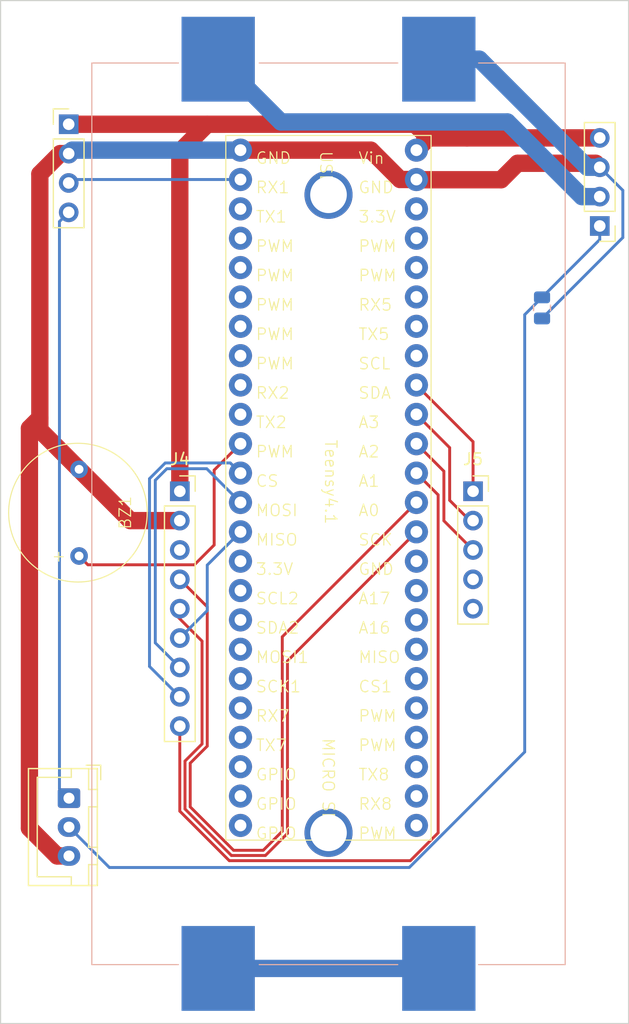
<source format=kicad_pcb>
(kicad_pcb (version 20221018) (generator pcbnew)
  (layers (0 "F.Cu" signal) (31 "B.Cu" signal) (34 "B.Paste" user) (35 "F.Paste" user) (36 "B.SilkS" user "B.Silkscreen") (37 "F.SilkS" user "F.Silkscreen") (38 "B.Mask" user) (39 "F.Mask" user) (44 "Edge.Cuts" user))
  (net 0 "")
  (net 1 "/VBAT")
  (net 2 "GND")
  (net 3 "Net-(BAT1-+-Pad4)")
  (net 4 "/EN")
  (net 5 "/VCC")
  (net 6 "/VSIG")
  (net 7 "/RST")
  (net 8 "/CS")
  (net 9 "/MOSI")
  (net 10 "/MISO")
  (net 11 "/SCK")
  (net 12 "/INT")
  (net 13 "/FULL")
  (net 14 "/NEPT")
  (net 15 "/LVL")
  (net 44 "Net-(BZ1--)")
  (net 53 "Net-(J3-Pin_3)")
  (footprint "Connector_PinSocket_2.54mm:PinSocket_1x09_P2.54mm_Vertical" (layer "F.Cu") (at 115.625 90.95)
    (fp_text reference "J4" (at 0 -2.77) (layer "F.SilkS"))
    (fp_text value "Radio")
    (fp_line (start -1.33 1.27) (end -1.33 21.65) (stroke (width 0.12)) (layer "F.SilkS"))
    (fp_line (start -1.33 1.27) (end 1.33 1.27) (stroke (width 0.12)) (layer "F.SilkS"))
    (fp_line (start -1.33 21.65) (end 1.33 21.65) (stroke (width 0.12)) (layer "F.SilkS"))
    (fp_line (start 0 -1.33) (end 1.33 -1.33) (stroke (width 0.12)) (layer "F.SilkS"))
    (fp_line (start 1.33 -1.33) (end 1.33 0) (stroke (width 0.12)) (layer "F.SilkS"))
    (fp_line (start 1.33 1.27) (end 1.33 21.65) (stroke (width 0.12)) (layer "F.SilkS"))
    (pad "1" thru_hole rect (at 0 0) (size 1.7 1.7) (drill 1) (layers "*.Cu" "*.Mask") (net 5 "/VCC"))
    (pad "2" thru_hole oval (at 0 2.54) (size 1.7 1.7) (drill 1) (layers "*.Cu" "*.Mask") (net 2 "GND"))
    (pad "3" thru_hole oval (at 0 5.08) (size 1.7 1.7) (drill 1) (layers "*.Cu" "*.Mask"))
    (pad "4" thru_hole oval (at 0 7.62) (size 1.7 1.7) (drill 1) (layers "*.Cu" "*.Mask") (net 12 "/INT"))
    (pad "5" thru_hole oval (at 0 10.16) (size 1.7 1.7) (drill 1) (layers "*.Cu" "*.Mask") (net 11 "/SCK"))
    (pad "6" thru_hole oval (at 0 12.7) (size 1.7 1.7) (drill 1) (layers "*.Cu" "*.Mask") (net 10 "/MISO"))
    (pad "7" thru_hole oval (at 0 15.24) (size 1.7 1.7) (drill 1) (layers "*.Cu" "*.Mask") (net 9 "/MOSI"))
    (pad "8" thru_hole oval (at 0 17.78) (size 1.7 1.7) (drill 1) (layers "*.Cu" "*.Mask") (net 8 "/CS"))
    (pad "9" thru_hole oval (at 0 20.32) (size 1.7 1.7) (drill 1) (layers "*.Cu" "*.Mask") (net 7 "/RST"))
  )
  (footprint "Connector_PinHeader_2.54mm:PinHeader_1x04_P2.54mm_Vertical" (layer "F.Cu") (at 152 68 180)
    (fp_text reference "J1" hide)
    (fp_text value "CNVT")
    (fp_line (start -1.33 -1.33) (end 0 -1.33) (stroke (width 0.12)) (layer "F.SilkS"))
    (fp_line (start -1.33 0) (end -1.33 -1.33) (stroke (width 0.12)) (layer "F.SilkS"))
    (fp_line (start -1.33 1.27) (end -1.33 8.95) (stroke (width 0.12)) (layer "F.SilkS"))
    (fp_line (start -1.33 1.27) (end 1.33 1.27) (stroke (width 0.12)) (layer "F.SilkS"))
    (fp_line (start -1.33 8.95) (end 1.33 8.95) (stroke (width 0.12)) (layer "F.SilkS"))
    (fp_line (start 1.33 1.27) (end 1.33 8.95) (stroke (width 0.12)) (layer "F.SilkS"))
    (pad "1" thru_hole rect (at 0 0 180) (size 1.7 1.7) (drill 1) (layers "*.Cu" "*.Mask") (net 4 "/EN"))
    (pad "2" thru_hole oval (at 0 2.54 180) (size 1.7 1.7) (drill 1) (layers "*.Cu" "*.Mask") (net 1 "/VBAT"))
    (pad "3" thru_hole oval (at 0 5.08 180) (size 1.7 1.7) (drill 1) (layers "*.Cu" "*.Mask") (net 2 "GND"))
    (pad "4" thru_hole oval (at 0 7.62 180) (size 1.7 1.7) (drill 1) (layers "*.Cu" "*.Mask") (net 5 "/VCC"))
  )
  (footprint "Connector_JST:JST_XH_B3B-XH-A_1x03_P2.50mm_Vertical" (layer "F.Cu") (at 106.025 117.5 -90)
    (fp_text reference "J2" hide)
    (fp_text value "CTRL")
    (fp_line (start -2.85 -2.75) (end -2.85 -1.5) (stroke (width 0.12)) (layer "F.SilkS"))
    (fp_line (start -2.56 -2.46) (end -2.56 3.51) (stroke (width 0.12)) (layer "F.SilkS"))
    (fp_line (start -2.56 3.51) (end 7.56 3.51) (stroke (width 0.12)) (layer "F.SilkS"))
    (fp_line (start -2.55 -2.45) (end -2.55 -1.7) (stroke (width 0.12)) (layer "F.SilkS"))
    (fp_line (start -2.55 -1.7) (end -0.75 -1.7) (stroke (width 0.12)) (layer "F.SilkS"))
    (fp_line (start -2.55 -0.2) (end -1.8 -0.2) (stroke (width 0.12)) (layer "F.SilkS"))
    (fp_line (start -1.8 -0.2) (end -1.8 2.75) (stroke (width 0.12)) (layer "F.SilkS"))
    (fp_line (start -1.8 2.75) (end 2.5 2.75) (stroke (width 0.12)) (layer "F.SilkS"))
    (fp_line (start -1.6 -2.75) (end -2.85 -2.75) (stroke (width 0.12)) (layer "F.SilkS"))
    (fp_line (start -0.75 -2.45) (end -2.55 -2.45) (stroke (width 0.12)) (layer "F.SilkS"))
    (fp_line (start -0.75 -1.7) (end -0.75 -2.45) (stroke (width 0.12)) (layer "F.SilkS"))
    (fp_line (start 0.75 -2.45) (end 0.75 -1.7) (stroke (width 0.12)) (layer "F.SilkS"))
    (fp_line (start 0.75 -1.7) (end 4.25 -1.7) (stroke (width 0.12)) (layer "F.SilkS"))
    (fp_line (start 4.25 -2.45) (end 0.75 -2.45) (stroke (width 0.12)) (layer "F.SilkS"))
    (fp_line (start 4.25 -1.7) (end 4.25 -2.45) (stroke (width 0.12)) (layer "F.SilkS"))
    (fp_line (start 5.75 -2.45) (end 5.75 -1.7) (stroke (width 0.12)) (layer "F.SilkS"))
    (fp_line (start 5.75 -1.7) (end 7.55 -1.7) (stroke (width 0.12)) (layer "F.SilkS"))
    (fp_line (start 6.8 -0.2) (end 6.8 2.75) (stroke (width 0.12)) (layer "F.SilkS"))
    (fp_line (start 6.8 2.75) (end 2.5 2.75) (stroke (width 0.12)) (layer "F.SilkS"))
    (fp_line (start 7.55 -2.45) (end 5.75 -2.45) (stroke (width 0.12)) (layer "F.SilkS"))
    (fp_line (start 7.55 -1.7) (end 7.55 -2.45) (stroke (width 0.12)) (layer "F.SilkS"))
    (fp_line (start 7.55 -0.2) (end 6.8 -0.2) (stroke (width 0.12)) (layer "F.SilkS"))
    (fp_line (start 7.56 -2.46) (end -2.56 -2.46) (stroke (width 0.12)) (layer "F.SilkS"))
    (fp_line (start 7.56 3.51) (end 7.56 -2.46) (stroke (width 0.12)) (layer "F.SilkS"))
    (pad "1" thru_hole roundrect (at 0 0 270) (size 1.7 1.95) (drill 0.95) (layers "*.Cu" "*.Mask") (roundrect_rratio 0.1470588235) (net 6 "/VSIG"))
    (pad "2" thru_hole oval (at 2.5 0 270) (size 1.7 1.95) (drill 0.95) (layers "*.Cu" "*.Mask") (net 4 "/EN"))
    (pad "3" thru_hole oval (at 5 0 270) (size 1.7 1.95) (drill 0.95) (layers "*.Cu" "*.Mask") (net 2 "GND"))
  )
  (footprint "MountingHole:MountingHole_2.2mm_M2" (layer "F.Cu") (at 151.5 134)
    (fp_text reference "H4" hide)
    (fp_text value "MountingHole" hide)
    (pad "" np_thru_hole circle (at 0 0) (size 2.2 2.2) (drill 2.2) (layers "*.Cu" "*.Mask"))
  )
  (footprint "Avionics:Adafruit_5V_Buzzer" (layer "F.Cu") (at 111.4 92.8 90)
    (fp_text reference "BZ1" (at 0 -0.5 90 unlocked) (layer "F.SilkS") (effects (font (thickness 0.1))))
    (fp_text value "Buzzer")
    (fp_text user "+" (at -4.5 -5.75 90 unlocked) (layer "F.SilkS") (effects (font (thickness 0.1)) (justify left bottom)))
    (fp_circle (center 0 -4.6) (end 6 -4.75) (stroke (width 0.1)) (fill none) (layer "F.SilkS"))
    (pad "1" thru_hole circle (at -3.75 -4.5 90) (size 1.524 1.524) (drill 0.762) (layers "*.Cu" "*.Mask") (net 44 "Net-(BZ1--)"))
    (pad "2" thru_hole circle (at 3.75 -4.5 90) (size 1.524 1.524) (drill 0.762) (layers "*.Cu" "*.Mask") (net 2 "GND"))
  )
  (footprint "Connector_PinHeader_2.54mm:PinHeader_1x04_P2.54mm_Vertical" (layer "F.Cu") (at 106 59.2)
    (fp_text reference "J3" hide)
    (fp_text value "RPi")
    (fp_line (start -1.33 -1.33) (end 0 -1.33) (stroke (width 0.12)) (layer "F.SilkS"))
    (fp_line (start -1.33 0) (end -1.33 -1.33) (stroke (width 0.12)) (layer "F.SilkS"))
    (fp_line (start -1.33 1.27) (end -1.33 8.95) (stroke (width 0.12)) (layer "F.SilkS"))
    (fp_line (start -1.33 1.27) (end 1.33 1.27) (stroke (width 0.12)) (layer "F.SilkS"))
    (fp_line (start -1.33 8.95) (end 1.33 8.95) (stroke (width 0.12)) (layer "F.SilkS"))
    (fp_line (start 1.33 1.27) (end 1.33 8.95) (stroke (width 0.12)) (layer "F.SilkS"))
    (pad "1" thru_hole rect (at 0 0) (size 1.7 1.7) (drill 1) (layers "*.Cu" "*.Mask") (net 5 "/VCC"))
    (pad "2" thru_hole oval (at 0 2.54) (size 1.7 1.7) (drill 1) (layers "*.Cu" "*.Mask") (net 2 "GND"))
    (pad "3" thru_hole oval (at 0 5.08) (size 1.7 1.7) (drill 1) (layers "*.Cu" "*.Mask") (net 53 "Net-(J3-Pin_3)"))
    (pad "4" thru_hole oval (at 0 7.62) (size 1.7 1.7) (drill 1) (layers "*.Cu" "*.Mask") (net 6 "/VSIG"))
  )
  (footprint "MountingHole:MountingHole_2.2mm_M2" (layer "F.Cu") (at 151.5 51.5)
    (fp_text reference "H1" hide)
    (fp_text value "MountingHole" hide)
    (pad "" np_thru_hole circle (at 0 0) (size 2.2 2.2) (drill 2.2) (layers "*.Cu" "*.Mask"))
  )
  (footprint "Avionics:Teensy_4.1" (layer "F.Cu") (at 128.5 90.65)
    (fp_text reference "Teensy4.1" (at 0.2 -0.5 -90 unlocked) (layer "F.SilkS") (effects (font (thickness 0.1))))
    (fp_text value "~")
    (fp_text user "A17" (at 2.54 10.16 unlocked) (layer "F.SilkS") (effects (font (thickness 0.1)) (justify left bottom)))
    (fp_text user "GPIO" (at -6.35 30.48 unlocked) (layer "F.SilkS") (effects (font (thickness 0.1)) (justify left bottom)))
    (fp_text user "TX8" (at 2.54 25.4 unlocked) (layer "F.SilkS") (effects (font (thickness 0.1)) (justify left bottom)))
    (fp_text user "PWM" (at -6.35 -17.78 unlocked) (layer "F.SilkS") (effects (font (thickness 0.1)) (justify left bottom)))
    (fp_text user "MISO" (at -6.35 5.08 unlocked) (layer "F.SilkS") (effects (font (thickness 0.1)) (justify left bottom)))
    (fp_text user "GND" (at -6.35 -27.94 unlocked) (layer "F.SilkS") (effects (font (thickness 0.1)) (justify left bottom)))
    (fp_text user "MICRO SD" (at -0.6 21.59 -90 unlocked) (layer "F.SilkS") (effects (font (thickness 0.1)) (justify left bottom)))
    (fp_text user "GND" (at 2.54 -25.4 unlocked) (layer "F.SilkS") (effects (font (thickness 0.1)) (justify left bottom)))
    (fp_text user "TX5" (at 2.54 -12.7 unlocked) (layer "F.SilkS") (effects (font (thickness 0.1)) (justify left bottom)))
    (fp_text user "GPIO" (at -6.35 25.4 unlocked) (layer "F.SilkS") (effects (font (thickness 0.1)) (justify left bottom)))
    (fp_text user "A1" (at 2.54 0 unlocked) (layer "F.SilkS") (effects (font (thickness 0.1)) (justify left bottom)))
    (fp_text user "MISO" (at 2.54 15.24 unlocked) (layer "F.SilkS") (effects (font (thickness 0.1)) (justify left bottom)))
    (fp_text user "PWM" (at -6.35 -10.16 unlocked) (layer "F.SilkS") (effects (font (thickness 0.1)) (justify left bottom)))
    (fp_text user "SCK1" (at -6.35 17.78 unlocked) (layer "F.SilkS") (effects (font (thickness 0.1)) (justify left bottom)))
    (fp_text user "TX2" (at -6.35 -5.08 unlocked) (layer "F.SilkS") (effects (font (thickness 0.1)) (justify left bottom)))
    (fp_text user "A2" (at 2.54 -2.54 unlocked) (layer "F.SilkS") (effects (font (thickness 0.1)) (justify left bottom)))
    (fp_text user "SCL2" (at -6.35 10.16 unlocked) (layer "F.SilkS") (effects (font (thickness 0.1)) (justify left bottom)))
    (fp_text user "RX8" (at 2.54 27.94 unlocked) (layer "F.SilkS") (effects (font (thickness 0.1)) (justify left bottom)))
    (fp_text user "SDA2" (at -6.35 12.7 unlocked) (layer "F.SilkS") (effects (font (thickness 0.1)) (justify left bottom)))
    (fp_text user "RX7" (at -6.35 20.32 unlocked) (layer "F.SilkS") (effects (font (thickness 0.1)) (justify left bottom)))
    (fp_text user "PWM" (at -6.35 -15.24 unlocked) (layer "F.SilkS") (effects (font (thickness 0.1)) (justify left bottom)))
    (fp_text user "MOSI" (at -6.35 2.54 unlocked) (layer "F.SilkS") (effects (font (thickness 0.1)) (justify left bottom)))
    (fp_text user "SDA" (at 2.54 -7.62 unlocked) (layer "F.SilkS") (effects (font (thickness 0.1)) (justify left bottom)))
    (fp_text user "PWM" (at -6.35 -12.7 unlocked) (layer "F.SilkS") (effects (font (thickness 0.1)) (justify left bottom)))
    (fp_text user "PWM" (at -6.35 -2.54 unlocked) (layer "F.SilkS") (effects (font (thickness 0.1)) (justify left bottom)))
    (fp_text user "PWM" (at 2.54 30.48 unlocked) (layer "F.SilkS") (effects (font (thickness 0.1)) (justify left bottom)))
    (fp_text user "RX5" (at 2.54 -15.24 unlocked) (layer "F.SilkS") (effects (font (thickness 0.1)) (justify left bottom)))
    (fp_text user "GND" (at 2.54 7.62 unlocked) (layer "F.SilkS") (effects (font (thickness 0.1)) (justify left bottom)))
    (fp_text user "A16" (at 2.54 12.7 unlocked) (layer "F.SilkS") (effects (font (thickness 0.1)) (justify left bottom)))
    (fp_text user "RX2" (at -6.35 -7.62 unlocked) (layer "F.SilkS") (effects (font (thickness 0.1)) (justify left bottom)))
    (fp_text user "CS" (at -6.35 0 unlocked) (layer "F.SilkS") (effects (font (thickness 0.1)) (justify left bottom)))
    (fp_text user "PWM" (at -6.35 -20.32 unlocked) (layer "F.SilkS") (effects (font (thickness 0.1)) (justify left bottom)))
    (fp_text user "RX1" (at -6.35 -25.4 unlocked) (layer "F.SilkS") (effects (font (thickness 0.1)) (justify left bottom)))
    (fp_text user "PWM" (at 2.54 20.32 unlocked) (layer "F.SilkS") (effects (font (thickness 0.1)) (justify left bottom)))
    (fp_text user "PWM" (at 2.54 -20.32 unlocked) (layer "F.SilkS") (effects (font (thickness 0.1)) (justify left bottom)))
    (fp_text user "SCL" (at 2.54 -10.16 unlocked) (layer "F.SilkS") (effects (font (thickness 0.1)) (justify left bottom)))
    (fp_text user "PWM" (at 2.54 -17.78 unlocked) (layer "F.SilkS") (effects (font (thickness 0.1)) (justify left bottom)))
    (fp_text user "TX1" (at -6.35 -22.86 unlocked) (layer "F.SilkS") (effects (font (thickness 0.1)) (justify left bottom)))
    (fp_text user "A3" (at 2.54 -5.08 unlocked) (layer "F.SilkS") (effects (font (thickness 0.1)) (justify left bottom)))
    (fp_text user "3.3V" (at -6.35 7.62 unlocked) (layer "F.SilkS") (effects (font (thickness 0.1)) (justify left bottom)))
    (fp_text user "USB C" (at -0.8 -29.2 -90 unlocked) (layer "F.SilkS") (effects (font (thickness 0.1)) (justify left bottom)))
    (fp_text user "CS1" (at 2.54 17.78 unlocked) (layer "F.SilkS") (effects (font (thickness 0.1)) (justify left bottom)))
    (fp_text user "PWM" (at 2.54 22.86 unlocked) (layer "F.SilkS") (effects (font (thickness 0.1)) (justify left bottom)))
    (fp_text user "SCK" (at 2.54 5.08 unlocked) (layer "F.SilkS") (effects (font (thickness 0.1)) (justify left bottom)))
    (fp_text user "A0" (at 2.54 2.54 unlocked) (layer "F.SilkS") (effects (font (thickness 0.1)) (justify left bottom)))
    (fp_text user "TX7" (at -6.35 22.86 unlocked) (layer "F.SilkS") (effects (font (thickness 0.1)) (justify left bottom)))
    (fp_text user "MOSI1" (at -6.35 15.24 unlocked) (layer "F.SilkS") (effects (font (thickness 0.1)) (justify left bottom)))
    (fp_text user "3.3V" (at 2.54 -22.86 unlocked) (layer "F.SilkS") (effects (font (thickness 0.1)) (justify left bottom)))
    (fp_text user "Vin" (at 2.54 -27.94 unlocked) (layer "F.SilkS") (effects (font (thickness 0.1)) (justify left bottom)))
    (fp_text user "GPIO" (at -6.35 27.94 unlocked) (layer "F.SilkS") (effects (font (thickness 0.1)) (justify left bottom)))
    (fp_line (start -8.89 -1.27) (end -8.89 -30.48) (stroke (width 0.1)) (layer "F.SilkS"))
    (fp_line (start -8.89 -1.27) (end -8.89 0) (stroke (width 0.1)) (layer "F.SilkS"))
    (fp_line (start -8.89 0) (end -8.89 30.48) (stroke (width 0.1)) (layer "F.SilkS"))
    (fp_line (start -8.89 30.48) (end 8.89 30.48) (stroke (width 0.1)) (layer "F.SilkS"))
    (fp_line (start 8.89 -30.48) (end -8.89 -30.48) (stroke (width 0.1)) (layer "F.SilkS"))
    (fp_line (start 8.89 -30.48) (end 8.89 -2.54) (stroke (width 0.1)) (layer "F.SilkS"))
    (fp_line (start 8.89 30.48) (end 8.89 -2.54) (stroke (width 0.1)) (layer "F.SilkS"))
    (pad "0" thru_hole circle (at -7.62 -29.21) (size 2 2) (drill 1.02) (layers "*.Cu" "*.Mask") (net 2 "GND"))
    (pad "1" thru_hole circle (at -7.62 -26.67) (size 2 2) (drill 1.02) (layers "*.Cu" "*.Mask") (net 53 "Net-(J3-Pin_3)"))
    (pad "2" thru_hole circle (at -7.62 -24.13) (size 2 2) (drill 1.02) (layers "*.Cu" "*.Mask"))
    (pad "3" thru_hole circle (at -7.62 -21.59) (size 2 2) (drill 1.02) (layers "*.Cu" "*.Mask"))
    (pad "4" thru_hole circle (at -7.62 -19.05) (size 2 2) (drill 1.02) (layers "*.Cu" "*.Mask"))
    (pad "5" thru_hole circle (at -7.62 -16.51) (size 2 2) (drill 1.02) (layers "*.Cu" "*.Mask"))
    (pad "6" thru_hole circle (at -7.62 -13.97) (size 2 2) (drill 1.02) (layers "*.Cu" "*.Mask"))
    (pad "7" thru_hole circle (at -7.62 -11.43) (size 2 2) (drill 1.02) (layers "*.Cu" "*.Mask"))
    (pad "8" thru_hole circle (at -7.62 -8.89) (size 2 2) (drill 1.02) (layers "*.Cu" "*.Mask"))
    (pad "9" thru_hole circle (at -7.62 -6.35) (size 2 2) (drill 1.02) (layers "*.Cu" "*.Mask"))
    (pad "10" thru_hole circle (at -7.62 -3.81) (size 2 2) (drill 1.02) (layers "*.Cu" "*.Mask") (net 44 "Net-(BZ1--)"))
    (pad "11" thru_hole circle (at -7.62 -1.27) (size 2 2) (drill 1.02) (layers "*.Cu" "*.Mask") (net 8 "/CS"))
    (pad "12" thru_hole circle (at -7.62 1.27) (size 2 2) (drill 1.02) (layers "*.Cu" "*.Mask") (net 9 "/MOSI"))
    (pad "13" thru_hole circle (at -7.62 3.81) (size 2 2) (drill 1.02) (layers "*.Cu" "*.Mask") (net 10 "/MISO"))
    (pad "14" thru_hole circle (at -7.62 6.35) (size 2 2) (drill 1.02) (layers "*.Cu" "*.Mask"))
    (pad "15" thru_hole circle (at -7.62 8.89) (size 2 2) (drill 1.02) (layers "*.Cu" "*.Mask"))
    (pad "16" thru_hole circle (at -7.62 11.43) (size 2 2) (drill 1.02) (layers "*.Cu" "*.Mask"))
    (pad "17" thru_hole circle (at -7.62 13.97) (size 2 2) (drill 1.02) (layers "*.Cu" "*.Mask"))
    (pad "18" thru_hole circle (at -7.62 16.51) (size 2 2) (drill 1.02) (layers "*.Cu" "*.Mask"))
    (pad "19" thru_hole circle (at -7.62 19.05) (size 2 2) (drill 1.02) (layers "*.Cu" "*.Mask"))
    (pad "20" thru_hole circle (at -7.62 21.59) (size 2 2) (drill 1.02) (layers "*.Cu" "*.Mask"))
    (pad "21" thru_hole circle (at -7.62 24.13) (size 2 2) (drill 1.02) (layers "*.Cu" "*.Mask"))
    (pad "22" thru_hole circle (at -7.62 26.67) (size 2 2) (drill 1.02) (layers "*.Cu" "*.Mask"))
    (pad "23" thru_hole circle (at -7.62 29.21) (size 2 2) (drill 1.02) (layers "*.Cu" "*.Mask"))
    (pad "24" thru_hole circle (at 7.62 29.21) (size 2 2) (drill 1.02) (layers "*.Cu" "*.Mask"))
    (pad "25" thru_hole circle (at 7.62 26.67) (size 2 2) (drill 1.02) (layers "*.Cu" "*.Mask"))
    (pad "26" thru_hole circle (at 7.62 24.13) (size 2 2) (drill 1.02) (layers "*.Cu" "*.Mask"))
    (pad "27" thru_hole circle (at 7.62 21.59) (size 2 2) (drill 1.02) (layers "*.Cu" "*.Mask"))
    (pad "28" thru_hole circle (at 7.62 19.05) (size 2 2) (drill 1.02) (layers "*.Cu" "*.Mask"))
    (pad "29" thru_hole circle (at 7.62 16.51) (size 2 2) (drill 1.02) (layers "*.Cu" "*.Mask"))
    (pad "30" thru_hole circle (at 7.62 13.97) (size 2 2) (drill 1.02) (layers "*.Cu" "*.Mask"))
    (pad "31" thru_hole circle (at 7.62 11.43) (size 2 2) (drill 1.02) (layers "*.Cu" "*.Mask"))
    (pad "32" thru_hole circle (at 7.62 8.89) (size 2 2) (drill 1.02) (layers "*.Cu" "*.Mask"))
    (pad "33" thru_hole circle (at 7.62 6.35) (size 2 2) (drill 1.02) (layers "*.Cu" "*.Mask"))
    (pad "34" thru_hole circle (at 7.62 3.81) (size 2 2) (drill 1.02) (layers "*.Cu" "*.Mask") (net 11 "/SCK"))
    (pad "35" thru_hole circle (at 7.62 1.27) (size 2 2) (drill 1.02) (layers "*.Cu" "*.Mask") (net 12 "/INT"))
    (pad "36" thru_hole circle (at 7.62 -1.27) (size 2 2) (drill 1.02) (layers "*.Cu" "*.Mask") (net 7 "/RST"))
    (pad "37" thru_hole circle (at 7.62 -3.81) (size 2 2) (drill 1.02) (layers "*.Cu" "*.Mask") (net 13 "/FULL"))
    (pad "38" thru_hole circle (at 7.62 -6.35) (size 2 2) (drill 1.02) (layers "*.Cu" "*.Mask") (net 14 "/NEPT"))
    (pad "39" thru_hole circle (at 7.62 -8.89) (size 2 2) (drill 1.02) (layers "*.Cu" "*.Mask") (net 15 "/LVL"))
    (pad "40" thru_hole circle (at 7.62 -11.43) (size 2 2) (drill 1.02) (layers "*.Cu" "*.Mask"))
    (pad "41" thru_hole circle (at 7.62 -13.97) (size 2 2) (drill 1.02) (layers "*.Cu" "*.Mask"))
    (pad "42" thru_hole circle (at 7.62 -16.51) (size 2 2) (drill 1.02) (layers "*.Cu" "*.Mask"))
    (pad "43" thru_hole circle (at 7.62 -19.05) (size 2 2) (drill 1.02) (layers "*.Cu" "*.Mask"))
    (pad "44" thru_hole circle (at 7.62 -21.59) (size 2 2) (drill 1.02) (layers "*.Cu" "*.Mask"))
    (pad "45" thru_hole circle (at 7.62 -24.13) (size 2 2) (drill 1.02) (layers "*.Cu" "*.Mask"))
    (pad "46" thru_hole circle (at 7.62 -26.67) (size 2 2) (drill 1.02) (layers "*.Cu" "*.Mask") (net 2 "GND"))
    (pad "47" thru_hole circle (at 7.62 -29.21) (size 2 2) (drill 1.02) (layers "*.Cu" "*.Mask") (net 5 "/VCC"))
  )
  (footprint "MountingHole:MountingHole_2.2mm_M2" (layer "F.Cu") (at 103.2 51.4)
    (fp_text reference "H2" hide)
    (fp_text value "MountingHole" hide)
    (pad "" np_thru_hole circle (at 0 0) (size 2.2 2.2) (drill 2.2) (layers "*.Cu" "*.Mask"))
  )
  (footprint "Connector_PinSocket_2.54mm:PinSocket_1x05_P2.54mm_Vertical" (layer "F.Cu") (at 141.025 90.95)
    (fp_text reference "J5" (at 0 -2.77) (layer "F.SilkS"))
    (fp_text value "Radio" hide)
    (fp_line (start -1.33 1.27) (end -1.33 11.49) (stroke (width 0.12)) (layer "F.SilkS"))
    (fp_line (start -1.33 1.27) (end 1.33 1.27) (stroke (width 0.12)) (layer "F.SilkS"))
    (fp_line (start -1.33 11.49) (end 1.33 11.49) (stroke (width 0.12)) (layer "F.SilkS"))
    (fp_line (start 0 -1.33) (end 1.33 -1.33) (stroke (width 0.12)) (layer "F.SilkS"))
    (fp_line (start 1.33 -1.33) (end 1.33 0) (stroke (width 0.12)) (layer "F.SilkS"))
    (fp_line (start 1.33 1.27) (end 1.33 11.49) (stroke (width 0.12)) (layer "F.SilkS"))
    (pad "1" thru_hole rect (at 0 0) (size 1.7 1.7) (drill 1) (layers "*.Cu" "*.Mask") (net 15 "/LVL"))
    (pad "2" thru_hole oval (at 0 2.54) (size 1.7 1.7) (drill 1) (layers "*.Cu" "*.Mask") (net 14 "/NEPT"))
    (pad "3" thru_hole oval (at 0 5.08) (size 1.7 1.7) (drill 1) (layers "*.Cu" "*.Mask") (net 13 "/FULL"))
    (pad "4" thru_hole oval (at 0 7.62) (size 1.7 1.7) (drill 1) (layers "*.Cu" "*.Mask"))
    (pad "5" thru_hole oval (at 0 10.16) (size 1.7 1.7) (drill 1) (layers "*.Cu" "*.Mask"))
  )
  (footprint "MountingHole:MountingHole_2.2mm_M2" (layer "F.Cu") (at 103.4 133.8)
    (fp_text reference "H5" hide)
    (fp_text value "MountingHole" hide)
    (pad "" np_thru_hole circle (at 0 0) (size 2.2 2.2) (drill 2.2) (layers "*.Cu" "*.Mask"))
  )
  (footprint "Avionics:1048P_KEY" (layer "B.Cu") (at 128.505 92.9 -90)
    (fp_text reference "BAT1" hide)
    (fp_text value "1048P" hide)
    (fp_line (start -39 -20.5) (end 39 -20.5) (stroke (width 0.1)) (layer "B.SilkS"))
    (fp_line (start -39 -13) (end -39 -20.5) (stroke (width 0.1)) (layer "B.SilkS"))
    (fp_line (start -39 6) (end -39 -6) (stroke (width 0.1)) (layer "B.SilkS"))
    (fp_line (start -39 20.5) (end -39 13) (stroke (width 0.1)) (layer "B.SilkS"))
    (fp_line (start -39 20.5) (end 39 20.5) (stroke (width 0.1)) (layer "B.SilkS"))
    (fp_line (start 39 -20.5) (end 39 -13) (stroke (width 0.1)) (layer "B.SilkS"))
    (fp_line (start 39 -6) (end 39 6) (stroke (width 0.1)) (layer "B.SilkS"))
    (fp_line (start 39 20.5) (end 39 13) (stroke (width 0.1)) (layer "B.SilkS"))
    (pad "" np_thru_hole circle (at -27.6 -17.505 270) (size 3.45 3.45) (drill 3.45) (layers "F&B.Cu" "*.Mask"))
    (pad "" np_thru_hole circle (at -27.6 0 270) (size 4.17 4.17) (drill 3.17) (layers "F&B.Cu" "*.Mask"))
    (pad "" np_thru_hole circle (at 27.6 0 270) (size 4.17 4.17) (drill 3.17) (layers "F&B.Cu" "*.Mask"))
    (pad "" np_thru_hole circle (at 27.6 17.505 270) (size 3.45 3.45) (drill 3.45) (layers "F&B.Cu" "*.Mask"))
    (pad "" np_thru_hole circle (at 35.82 -17.505 270) (size 2.39 2.39) (drill 2.39) (layers "F&B.Cu" "*.Mask"))
    (pad "1" smd rect (at -39.33 9.555 270) (size 7.34 6.35) (layers "B.Cu" "B.Paste" "B.Mask") (net 1 "/VBAT"))
    (pad "2" smd rect (at -39.33 -9.555 270) (size 7.34 6.35) (layers "B.Cu" "B.Paste" "B.Mask") (net 2 "GND"))
    (pad "3" smd rect (at 39.33 9.555 270) (size 7.34 6.35) (layers "B.Cu" "B.Paste" "B.Mask") (net 3 "Net-(BAT1-+-Pad4)"))
    (pad "4" smd rect (at 39.33 -9.555 270) (size 7.34 6.35) (layers "B.Cu" "B.Paste" "B.Mask") (net 3 "Net-(BAT1-+-Pad4)"))
  )
  (footprint "Resistor_SMD:R_0805_2012Metric" (layer "B.Cu") (at 147 75.0875 90)
    (fp_text reference "R1" hide)
    (fp_text value "10")
    (fp_line (start -0.227064 -0.735) (end 0.227064 -0.735) (stroke (width 0.12)) (layer "B.SilkS"))
    (fp_line (start -0.227064 0.735) (end 0.227064 0.735) (stroke (width 0.12)) (layer "B.SilkS"))
    (pad "1" smd roundrect (at -0.9125 0 90) (size 1.025 1.4) (layers "B.Cu" "B.Paste" "B.Mask") (roundrect_rratio 0.243902439) (net 2 "GND"))
    (pad "2" smd roundrect (at 0.9125 0 90) (size 1.025 1.4) (layers "B.Cu" "B.Paste" "B.Mask") (roundrect_rratio 0.243902439) (net 4 "/EN"))
  )
  (gr_rect (start 100.1 48.5) (end 154.5 137) (stroke (width 0.1)) (fill none) (layer "Edge.Cuts"))
  (segment (start 144 59) (end 150.46 65.46) (width 1.5) (layer "B.Cu") (net 1))
  (segment (start 118.95 53.57) (end 124.38 59) (width 1.5) (layer "B.Cu") (net 1))
  (segment (start 124.38 59) (end 144 59) (width 1.5) (layer "B.Cu") (net 1))
  (segment (start 118.95 53.57) (end 118.89 53.57) (width 0.25) (layer "B.Cu") (net 1))
  (segment (start 150.46 65.46) (end 152 65.46) (width 1.5) (layer "B.Cu") (net 1))
  (segment (start 106.9 89.05) (end 111.34 93.49) (width 1.5) (layer "F.Cu") (net 2))
  (segment (start 151.655 62.575) (end 144.881268 62.575) (width 1.5) (layer "F.Cu") (net 2))
  (segment (start 102.6 120.1) (end 105 122.5) (width 1.5) (layer "F.Cu") (net 2))
  (segment (start 105 122.5) (end 106.025 122.5) (width 1.5) (layer "F.Cu") (net 2))
  (segment (start 103.5 63.5) (end 103.5 84.6) (width 1.5) (layer "F.Cu") (net 2))
  (segment (start 152 62.92) (end 151.655 62.575) (width 1.5) (layer "F.Cu") (net 2))
  (segment (start 111.34 93.49) (end 115.625 93.49) (width 1.5) (layer "F.Cu") (net 2))
  (segment (start 103.5 85.65) (end 106.9 89.05) (width 1.5) (layer "F.Cu") (net 2))
  (segment (start 144.881268 62.575) (end 143.456268 64) (width 1.5) (layer "F.Cu") (net 2))
  (segment (start 103.5 84.6) (end 102.6 85.5) (width 1.5) (layer "F.Cu") (net 2))
  (segment (start 134.705787 63.98) (end 132.165787 61.44) (width 1.5) (layer "F.Cu") (net 2))
  (segment (start 102.6 85.5) (end 102.6 120.1) (width 1.5) (layer "F.Cu") (net 2))
  (segment (start 136.14 64) (end 136.12 63.98) (width 1.5) (layer "F.Cu") (net 2))
  (segment (start 143.456268 64) (end 136.14 64) (width 1.5) (layer "F.Cu") (net 2))
  (segment (start 105.26 61.74) (end 103.5 63.5) (width 1.5) (layer "F.Cu") (net 2))
  (segment (start 136.12 63.98) (end 134.705787 63.98) (width 1.5) (layer "F.Cu") (net 2))
  (segment (start 106 61.74) (end 105.26 61.74) (width 1.5) (layer "F.Cu") (net 2))
  (segment (start 132.165787 61.44) (end 120.88 61.44) (width 1.5) (layer "F.Cu") (net 2))
  (segment (start 103.5 84.6) (end 103.5 85.65) (width 1.5) (layer "F.Cu") (net 2))
  (segment (start 154 64.92) (end 152 62.92) (width 0.25) (layer "B.Cu") (net 2))
  (segment (start 120.88 61.44) (end 106.3 61.44) (width 1.5) (layer "B.Cu") (net 2))
  (segment (start 138.06 53.57) (end 141.57 53.57) (width 1.5) (layer "B.Cu") (net 2))
  (segment (start 141.57 53.57) (end 150.92 62.92) (width 1.5) (layer "B.Cu") (net 2))
  (segment (start 154 69) (end 154 64.92) (width 0.25) (layer "B.Cu") (net 2))
  (segment (start 106.3 61.44) (end 106 61.74) (width 1.5) (layer "B.Cu") (net 2))
  (segment (start 150.92 62.92) (end 152 62.92) (width 1.5) (layer "B.Cu") (net 2))
  (segment (start 147 76) (end 154 69) (width 0.25) (layer "B.Cu") (net 2))
  (segment (start 118.95 132.23) (end 138.06 132.23) (width 1.5) (layer "B.Cu") (net 3))
  (segment (start 109.525 123.5) (end 106.025 120) (width 0.25) (layer "B.Cu") (net 4))
  (segment (start 145.5 113.5) (end 135.5 123.5) (width 0.25) (layer "B.Cu") (net 4))
  (segment (start 145.5 75.675) (end 145.5 113.5) (width 0.25) (layer "B.Cu") (net 4))
  (segment (start 147 74.175) (end 152 69.175) (width 0.25) (layer "B.Cu") (net 4))
  (segment (start 152 69.175) (end 152 68) (width 0.25) (layer "B.Cu") (net 4))
  (segment (start 147 74.175) (end 145.5 75.675) (width 0.25) (layer "B.Cu") (net 4))
  (segment (start 135.5 123.5) (end 109.525 123.5) (width 0.25) (layer "B.Cu") (net 4))
  (segment (start 137.18 60.38) (end 136 59.2) (width 1.5) (layer "F.Cu") (net 5))
  (segment (start 136 59.2) (end 118 59.2) (width 1.5) (layer "F.Cu") (net 5))
  (segment (start 140.5 60.38) (end 137.18 60.38) (width 1.5) (layer "F.Cu") (net 5))
  (segment (start 115.625 61.575) (end 118 59.2) (width 1.5) (layer "F.Cu") (net 5))
  (segment (start 115.625 90.95) (end 115.625 61.575) (width 1.5) (layer "F.Cu") (net 5))
  (segment (start 137.18 60.38) (end 136.12 61.44) (width 1.5) (layer "F.Cu") (net 5))
  (segment (start 118 59.2) (end 106 59.2) (width 1.5) (layer "F.Cu") (net 5))
  (segment (start 152 60.38) (end 140.5 60.38) (width 1.5) (layer "F.Cu") (net 5))
  (segment (start 106.025 117.5) (end 106 117.475) (width 0.25) (layer "F.Cu") (net 6))
  (segment (start 105.2 67.62) (end 105.2 116.675) (width 0.25) (layer "B.Cu") (net 6))
  (segment (start 105.2 116.675) (end 106.025 117.5) (width 0.25) (layer "B.Cu") (net 6))
  (segment (start 106 66.82) (end 105.2 67.62) (width 0.25) (layer "B.Cu") (net 6))
  (segment (start 138 120.5) (end 138 91.26) (width 0.25) (layer "F.Cu") (net 7))
  (segment (start 138 91.26) (end 136.12 89.38) (width 0.25) (layer "F.Cu") (net 7))
  (segment (start 119.91 122.91) (end 135.59 122.91) (width 0.25) (layer "F.Cu") (net 7))
  (segment (start 115.625 111.27) (end 115.625 118.625) (width 0.25) (layer "F.Cu") (net 7))
  (segment (start 115.625 118.625) (end 119.91 122.91) (width 0.25) (layer "F.Cu") (net 7))
  (segment (start 135.59 122.91) (end 138 120.5) (width 0.25) (layer "F.Cu") (net 7))
  (segment (start 113 89.863604) (end 114.363604 88.5) (width 0.25) (layer "B.Cu") (net 8))
  (segment (start 114.363604 88.5) (end 120 88.5) (width 0.25) (layer "B.Cu") (net 8))
  (segment (start 115.625 108.73) (end 113 106.105) (width 0.25) (layer "B.Cu") (net 8))
  (segment (start 113 106.105) (end 113 89.863604) (width 0.25) (layer "B.Cu") (net 8))
  (segment (start 120 88.5) (end 120.88 89.38) (width 0.25) (layer "B.Cu") (net 8))
  (segment (start 113.5 104.065) (end 113.5 90) (width 0.25) (layer "B.Cu") (net 9))
  (segment (start 114.5 89) (end 117.96 89) (width 0.25) (layer "B.Cu") (net 9))
  (segment (start 115.625 106.19) (end 113.5 104.065) (width 0.25) (layer "B.Cu") (net 9))
  (segment (start 117.96 89) (end 120.88 91.92) (width 0.25) (layer "B.Cu") (net 9))
  (segment (start 113.5 90) (end 114.5 89) (width 0.25) (layer "B.Cu") (net 9))
  (segment (start 118 101.275) (end 118 97.34) (width 0.25) (layer "B.Cu") (net 10))
  (segment (start 115.625 103.65) (end 118 101.275) (width 0.25) (layer "B.Cu") (net 10))
  (segment (start 118 97.34) (end 120.88 94.46) (width 0.25) (layer "B.Cu") (net 10))
  (segment (start 124.95 105.63) (end 136.12 94.46) (width 0.25) (layer "F.Cu") (net 11))
  (segment (start 116.075 118.438604) (end 120.096396 122.46) (width 0.25) (layer "F.Cu") (net 11))
  (segment (start 116.075 114.288604) (end 116.075 118.438604) (width 0.25) (layer "F.Cu") (net 11))
  (segment (start 115.371701 101.735) (end 117.55 103.913299) (width 0.25) (layer "F.Cu") (net 11))
  (segment (start 117.55 112.813604) (end 116.075 114.288604) (width 0.25) (layer "F.Cu") (net 11))
  (segment (start 120.096396 122.46) (end 123.04 122.46) (width 0.25) (layer "F.Cu") (net 11))
  (segment (start 124.95 120.55) (end 124.95 105.63) (width 0.25) (layer "F.Cu") (net 11))
  (segment (start 117.55 103.913299) (end 117.55 112.813604) (width 0.25) (layer "F.Cu") (net 11))
  (segment (start 123.04 122.46) (end 124.95 120.55) (width 0.25) (layer "F.Cu") (net 11))
  (segment (start 120.282792 122.01) (end 122.853604 122.01) (width 0.25) (layer "F.Cu") (net 12))
  (segment (start 118 100.945) (end 118 113) (width 0.25) (layer "F.Cu") (net 12))
  (segment (start 115.625 98.57) (end 118 100.945) (width 0.25) (layer "F.Cu") (net 12))
  (segment (start 122.853604 122.01) (end 124.5 120.363604) (width 0.25) (layer "F.Cu") (net 12))
  (segment (start 124.5 120.363604) (end 124.5 103.54) (width 0.25) (layer "F.Cu") (net 12))
  (segment (start 116.525 114.475) (end 116.525 118.252208) (width 0.25) (layer "F.Cu") (net 12))
  (segment (start 116.525 118.252208) (end 120.282792 122.01) (width 0.25) (layer "F.Cu") (net 12))
  (segment (start 124.5 103.54) (end 136.12 91.92) (width 0.25) (layer "F.Cu") (net 12))
  (segment (start 118 113) (end 116.525 114.475) (width 0.25) (layer "F.Cu") (net 12))
  (segment (start 138.5 89.22) (end 136.12 86.84) (width 0.25) (layer "F.Cu") (net 13))
  (segment (start 138.5 93.505) (end 138.5 89.22) (width 0.25) (layer "F.Cu") (net 13))
  (segment (start 141.025 96.03) (end 138.5 93.505) (width 0.25) (layer "F.Cu") (net 13))
  (segment (start 139 91.7325) (end 139 87.18) (width 0.25) (layer "F.Cu") (net 14))
  (segment (start 141.025 93.49) (end 140.7575 93.49) (width 0.25) (layer "F.Cu") (net 14))
  (segment (start 139 87.18) (end 136.12 84.3) (width 0.25) (layer "F.Cu") (net 14))
  (segment (start 140.7575 93.49) (end 139 91.7325) (width 0.25) (layer "F.Cu") (net 14))
  (segment (start 141.025 86.665) (end 136.12 81.76) (width 0.25) (layer "F.Cu") (net 15))
  (segment (start 141.025 90.95) (end 141.025 86.665) (width 0.25) (layer "F.Cu") (net 15))
  (segment (start 118.6 95.6) (end 118.6 89.12) (width 0.25) (layer "F.Cu") (net 44))
  (segment (start 107.661999 97.311999) (end 116.888001 97.311999) (width 0.25) (layer "F.Cu") (net 44))
  (segment (start 106.9 96.55) (end 107.661999 97.311999) (width 0.25) (layer "F.Cu") (net 44))
  (segment (start 116.888001 97.311999) (end 118.6 95.6) (width 0.25) (layer "F.Cu") (net 44))
  (segment (start 118.6 89.12) (end 120.88 86.84) (width 0.25) (layer "F.Cu") (net 44))
  (segment (start 106.3 63.98) (end 106 64.28) (width 0.25) (layer "B.Cu") (net 53))
  (segment (start 120.88 63.98) (end 106.3 63.98) (width 0.25) (layer "B.Cu") (net 53))
)
</source>
